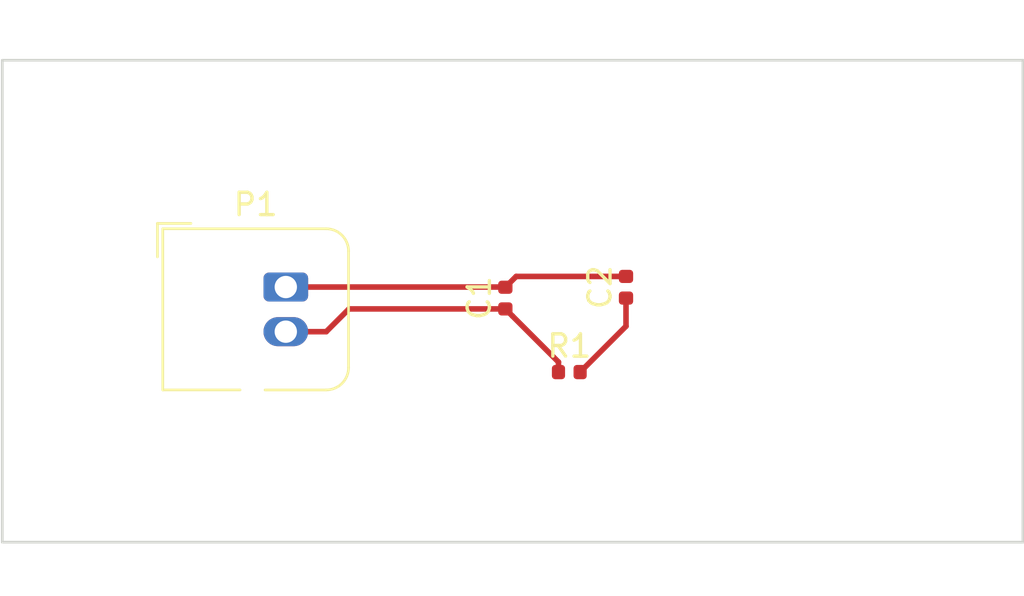
<source format=kicad_pcb>
(kicad_pcb (version 20211014) (generator pcbnew)
  (layers (0 "F.Cu" signal) (1 "In1.Cu" signal "GND.Cu") (2 "In2.Cu" signal "Signal1.Cu") (3 "In3.Cu" signal "Signal2.Cu") (4 "In4.Cu" signal "Power.Cu") (31 "B.Cu" signal) (34 "B.Paste" user) (35 "F.Paste" user) (36 "B.SilkS" user "B.Silkscreen") (37 "F.SilkS" user "F.Silkscreen") (38 "B.Mask" user) (39 "F.Mask" user) (44 "Edge.Cuts" user))
  (net 0 "")
  (net 1 "/Power/VCC")
  (net 2 "GND")
  (net 3 "Net-(C2-Pad1)")
  (footprint "Capacitor_SMD:C_0402_1005Metric" (layer "F.Cu") (at 164.775001 80.505001 90)
    (fp_text reference "C1" (at 0 -1.17 90) (layer "F.SilkS"))
    (fp_text value "C")
    (pad "1" smd roundrect locked (at -0.485 0 90) (size 0.59 0.64) (layers "F.Cu" "F.Paste" "F.Mask") (net 1 "/Power/VCC"))
    (pad "2" smd roundrect locked (at 0.485 0 90) (size 0.59 0.64) (layers "F.Cu" "F.Paste" "F.Mask") (net 2 "GND"))
  )
  (footprint "Capacitor_SMD:C_0402_1005Metric" (layer "F.Cu") (at 170.18 80.020001 90)
    (fp_text reference "C2" (at 0 -1.17 90) (layer "F.SilkS"))
    (fp_text value "C")
    (pad "1" smd roundrect locked (at -0.485 0 90) (size 0.59 0.64) (layers "F.Cu" "F.Paste" "F.Mask") (net 3 "Net-(C2-Pad1)"))
    (pad "2" smd roundrect locked (at 0.485 0 90) (size 0.59 0.64) (layers "F.Cu" "F.Paste" "F.Mask") (net 2 "GND"))
  )
  (footprint "Connector_JST:JST_JWPF_B02B-JWPF-SK-R_1x02_P2.00mm_Vertical" (layer "F.Cu") (at 154.94 80.01)
    (fp_text reference "P1" (at -1.35 -3.7) (layer "F.SilkS"))
    (fp_text value "CONN_01X02")
    (fp_line (start 1.81 -2.61) (end -5.51 -2.61) (layer "F.SilkS") (width 0.12))
    (fp_line (start -5.75 -2.85) (end -4.25 -2.85) (layer "F.SilkS") (width 0.12))
    (fp_line (start -5.51 4.61) (end -2.05 4.61) (layer "F.SilkS") (width 0.12))
    (fp_line (start -5.75 -1.35) (end -5.75 -2.85) (layer "F.SilkS") (width 0.12))
    (fp_line (start -5.51 -2.61) (end -5.51 4.61) (layer "F.SilkS") (width 0.12))
    (fp_line (start 2.81 -1.61) (end 2.81 3.61) (layer "F.SilkS") (width 0.12))
    (fp_line (start -0.93 4.611771) (end 1.791822 4.611771) (layer "F.SilkS") (width 0.12))
    (fp_arc (start 2.81 3.61) (mid 2.517107 4.317107) (end 1.81 4.61) (layer "F.SilkS") (width 0.12))
    (fp_arc (start 1.81 -2.61) (mid 2.517107 -2.317107) (end 2.81 -1.61) (layer "F.SilkS") (width 0.12))
    (pad "" np_thru_hole circle locked (at -1.5 4.05) (size 1.15 1.15) (drill 1.15) (layers *.Cu *.Mask))
    (pad "1" thru_hole roundrect locked (at 0 0) (size 2 1.3) (drill 1) (layers *.Cu *.Mask) (roundrect_rratio 0.192308) (net 2 "GND"))
    (pad "2" thru_hole oval locked (at 0 2) (size 2 1.3) (drill 1) (layers *.Cu *.Mask) (net 1 "/Power/VCC"))
  )
  (footprint "Resistor_SMD:R_0402_1005Metric" (layer "F.Cu") (at 167.64 83.82)
    (fp_text reference "R1" (at 0 -1.17) (layer "F.SilkS"))
    (fp_text value "R")
    (pad "1" smd roundrect locked (at -0.485 0) (size 0.59 0.64) (layers "F.Cu" "F.Paste" "F.Mask") (net 1 "/Power/VCC"))
    (pad "2" smd roundrect locked (at 0.485 0) (size 0.59 0.64) (layers "F.Cu" "F.Paste" "F.Mask") (net 3 "Net-(C2-Pad1)"))
  )
  (gr_line (start 187.96 69.85) (end 142.24 69.85) (layer "Edge.Cuts") (width 0.12))
  (gr_line (start 142.24 69.85) (end 142.24 91.44) (layer "Edge.Cuts") (width 0.12))
  (gr_line (start 187.96 91.44) (end 187.96 69.85) (layer "Edge.Cuts") (width 0.12))
  (gr_line (start 142.24 91.44) (end 187.96 91.44) (layer "Edge.Cuts") (width 0.12))
  (segment (start 167.155 83.82) (end 167.155 83.37) (width 0.25) (layer "F.Cu") (net 1))
  (segment (start 156.75 82.01) (end 154.94 82.01) (width 0.25) (layer "F.Cu") (net 1))
  (segment (start 165.1 81.315) (end 164.775001 80.990001) (width 0.25) (layer "F.Cu") (net 1))
  (segment (start 164.775001 80.990001) (end 157.769999 80.990001) (width 0.25) (layer "F.Cu") (net 1))
  (segment (start 157.769999 80.990001) (end 156.75 82.01) (width 0.25) (layer "F.Cu") (net 1))
  (segment (start 167.155 83.37) (end 165.1 81.315) (width 0.25) (layer "F.Cu") (net 1))
  (segment (start 165.260001 79.535001) (end 170.18 79.535001) (width 0.25) (layer "F.Cu") (net 2))
  (segment (start 164.765 80.01) (end 164.775001 80.020001) (width 0.25) (layer "F.Cu") (net 2))
  (segment (start 154.94 80.01) (end 164.765 80.01) (width 0.25) (layer "F.Cu") (net 2))
  (segment (start 164.775001 80.020001) (end 165.260001 79.535001) (width 0.25) (layer "F.Cu") (net 2))
  (segment (start 170.18 80.505001) (end 170.18 81.765) (width 0.25) (layer "F.Cu") (net 3))
  (segment (start 170.18 81.765) (end 168.125 83.82) (width 0.25) (layer "F.Cu") (net 3))
)
</source>
